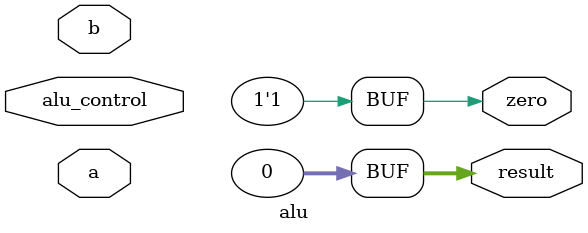
<source format=v>
`timescale 1ns / 1ps

module alu(
    input [31:0] a,           // Input operand A
    input [31:0] b,           // Input operand B
    input [3:0] alu_control,  // Operation selector
    output reg [31:0] result, // ALU result
    output zero               // Zero flag
);

    // ALU operation codes : will come back to be implemented
    localparam ALU_ADD  = 4'b0000;
    localparam ALU_SUB  = 4'b0001;

    // need to: Implement ALU operations
    always @(*) begin
        result = 32'd0;  // Default output
    end

    // need to: Implement zero flag
    assign zero = (result == 32'd0);

endmodule

</source>
